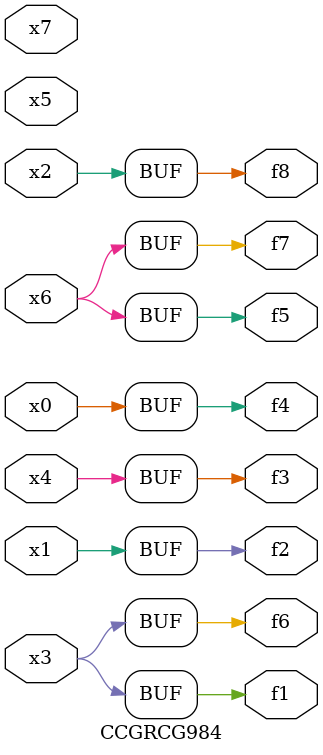
<source format=v>
module CCGRCG984(
	input x0, x1, x2, x3, x4, x5, x6, x7,
	output f1, f2, f3, f4, f5, f6, f7, f8
);
	assign f1 = x3;
	assign f2 = x1;
	assign f3 = x4;
	assign f4 = x0;
	assign f5 = x6;
	assign f6 = x3;
	assign f7 = x6;
	assign f8 = x2;
endmodule

</source>
